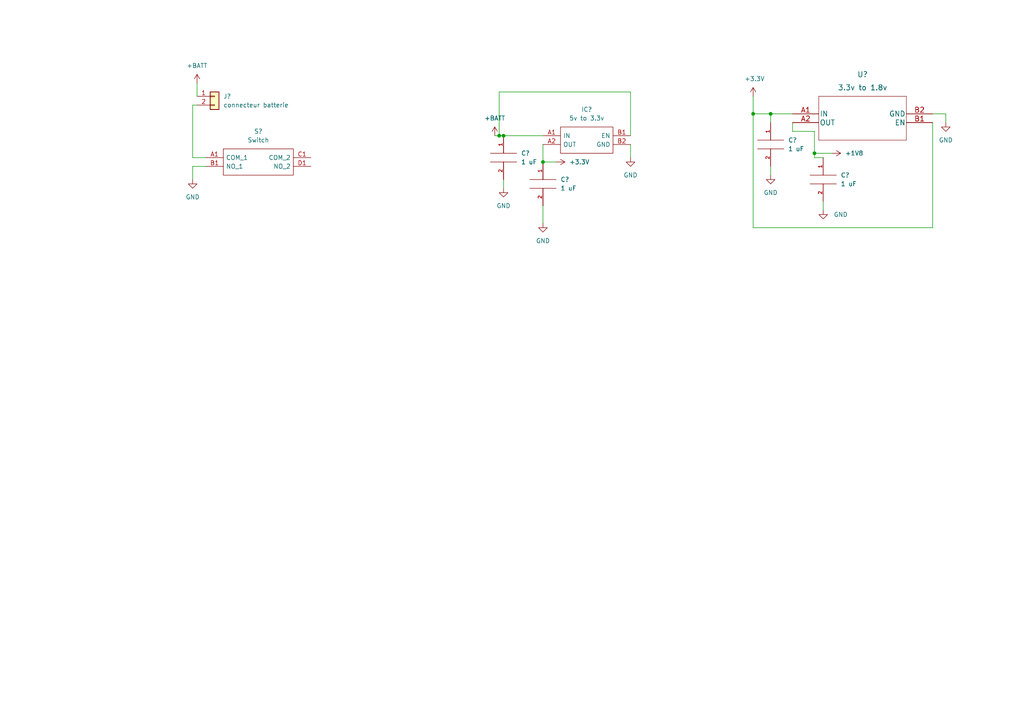
<source format=kicad_sch>
(kicad_sch (version 20211123) (generator eeschema)

  (uuid a40c3db5-c623-456e-9303-1cc0856450ed)

  (paper "A4")

  (title_block
    (title "Micromouse schématic")
    (date "2022-10-08")
    (rev "1")
    (company "RobotiCS")
  )

  (lib_symbols
    (symbol "Connector_Generic:Conn_01x02" (pin_names (offset 1.016) hide) (in_bom yes) (on_board yes)
      (property "Reference" "J" (id 0) (at 0 2.54 0)
        (effects (font (size 1.27 1.27)))
      )
      (property "Value" "Conn_01x02" (id 1) (at 0 -5.08 0)
        (effects (font (size 1.27 1.27)))
      )
      (property "Footprint" "" (id 2) (at 0 0 0)
        (effects (font (size 1.27 1.27)) hide)
      )
      (property "Datasheet" "~" (id 3) (at 0 0 0)
        (effects (font (size 1.27 1.27)) hide)
      )
      (property "ki_keywords" "connector" (id 4) (at 0 0 0)
        (effects (font (size 1.27 1.27)) hide)
      )
      (property "ki_description" "Generic connector, single row, 01x02, script generated (kicad-library-utils/schlib/autogen/connector/)" (id 5) (at 0 0 0)
        (effects (font (size 1.27 1.27)) hide)
      )
      (property "ki_fp_filters" "Connector*:*_1x??_*" (id 6) (at 0 0 0)
        (effects (font (size 1.27 1.27)) hide)
      )
      (symbol "Conn_01x02_1_1"
        (rectangle (start -1.27 -2.413) (end 0 -2.667)
          (stroke (width 0.1524) (type default) (color 0 0 0 0))
          (fill (type none))
        )
        (rectangle (start -1.27 0.127) (end 0 -0.127)
          (stroke (width 0.1524) (type default) (color 0 0 0 0))
          (fill (type none))
        )
        (rectangle (start -1.27 1.27) (end 1.27 -3.81)
          (stroke (width 0.254) (type default) (color 0 0 0 0))
          (fill (type background))
        )
        (pin passive line (at -5.08 0 0) (length 3.81)
          (name "Pin_1" (effects (font (size 1.27 1.27))))
          (number "1" (effects (font (size 1.27 1.27))))
        )
        (pin passive line (at -5.08 -2.54 0) (length 3.81)
          (name "Pin_2" (effects (font (size 1.27 1.27))))
          (number "2" (effects (font (size 1.27 1.27))))
        )
      )
    )
    (symbol "ESE-20C343:ESE-20C343" (pin_names (offset 0.762)) (in_bom yes) (on_board yes)
      (property "Reference" "S" (id 0) (at 26.67 7.62 0)
        (effects (font (size 1.27 1.27)) (justify left))
      )
      (property "Value" "ESE-20C343" (id 1) (at 26.67 5.08 0)
        (effects (font (size 1.27 1.27)) (justify left))
      )
      (property "Footprint" "ESE20C343" (id 2) (at 26.67 2.54 0)
        (effects (font (size 1.27 1.27)) (justify left) hide)
      )
      (property "Datasheet" "https://www.arrow.com/en/products/ese-20c343/panasonic" (id 3) (at 26.67 0 0)
        (effects (font (size 1.27 1.27)) (justify left) hide)
      )
      (property "Description" "Pushbutton Switches Push Switch Mom SPST Leaded 8.9m" (id 4) (at 26.67 -2.54 0)
        (effects (font (size 1.27 1.27)) (justify left) hide)
      )
      (property "Height" "12.5" (id 5) (at 26.67 -5.08 0)
        (effects (font (size 1.27 1.27)) (justify left) hide)
      )
      (property "Mouser Part Number" "667-ESE-20C343" (id 6) (at 26.67 -7.62 0)
        (effects (font (size 1.27 1.27)) (justify left) hide)
      )
      (property "Mouser Price/Stock" "https://www.mouser.co.uk/ProductDetail/Panasonic/ESE-20C343?qs=WwqriLBepZuWOWJOBTO27g%3D%3D" (id 7) (at 26.67 -10.16 0)
        (effects (font (size 1.27 1.27)) (justify left) hide)
      )
      (property "Manufacturer_Name" "Panasonic" (id 8) (at 26.67 -12.7 0)
        (effects (font (size 1.27 1.27)) (justify left) hide)
      )
      (property "Manufacturer_Part_Number" "ESE-20C343" (id 9) (at 26.67 -15.24 0)
        (effects (font (size 1.27 1.27)) (justify left) hide)
      )
      (symbol "ESE-20C343_0_0"
        (pin passive line (at 0 0 0) (length 5.08)
          (name "COM_1" (effects (font (size 1.27 1.27))))
          (number "A1" (effects (font (size 1.27 1.27))))
        )
        (pin passive line (at 0 -2.54 0) (length 5.08)
          (name "NO_1" (effects (font (size 1.27 1.27))))
          (number "B1" (effects (font (size 1.27 1.27))))
        )
        (pin passive line (at 30.48 0 180) (length 5.08)
          (name "COM_2" (effects (font (size 1.27 1.27))))
          (number "C1" (effects (font (size 1.27 1.27))))
        )
        (pin passive line (at 30.48 -2.54 180) (length 5.08)
          (name "NO_2" (effects (font (size 1.27 1.27))))
          (number "D1" (effects (font (size 1.27 1.27))))
        )
      )
      (symbol "ESE-20C343_0_1"
        (polyline
          (pts
            (xy 5.08 2.54)
            (xy 25.4 2.54)
            (xy 25.4 -5.08)
            (xy 5.08 -5.08)
            (xy 5.08 2.54)
          )
          (stroke (width 0.1524) (type default) (color 0 0 0 0))
          (fill (type none))
        )
      )
    )
    (symbol "TPS7A0318PYCHR:TPS7A0318PYCHR" (pin_names (offset 0.254)) (in_bom yes) (on_board yes)
      (property "Reference" "U" (id 0) (at 20.32 10.16 0)
        (effects (font (size 1.524 1.524)))
      )
      (property "Value" "TPS7A0318PYCHR" (id 1) (at 20.32 7.62 0)
        (effects (font (size 1.524 1.524)))
      )
      (property "Footprint" "DSBGA_3PYCHR_TEX" (id 2) (at 20.32 6.096 0)
        (effects (font (size 1.524 1.524)) hide)
      )
      (property "Datasheet" "" (id 3) (at 0 0 0)
        (effects (font (size 1.524 1.524)))
      )
      (property "ki_locked" "" (id 4) (at 0 0 0)
        (effects (font (size 1.27 1.27)))
      )
      (property "ki_fp_filters" "DSBGA_3PYCHR_TEX" (id 5) (at 0 0 0)
        (effects (font (size 1.27 1.27)) hide)
      )
      (symbol "TPS7A0318PYCHR_1_1"
        (polyline
          (pts
            (xy 7.62 -7.62)
            (xy 33.02 -7.62)
          )
          (stroke (width 0.127) (type default) (color 0 0 0 0))
          (fill (type none))
        )
        (polyline
          (pts
            (xy 7.62 5.08)
            (xy 7.62 -7.62)
          )
          (stroke (width 0.127) (type default) (color 0 0 0 0))
          (fill (type none))
        )
        (polyline
          (pts
            (xy 33.02 -7.62)
            (xy 33.02 5.08)
          )
          (stroke (width 0.127) (type default) (color 0 0 0 0))
          (fill (type none))
        )
        (polyline
          (pts
            (xy 33.02 5.08)
            (xy 7.62 5.08)
          )
          (stroke (width 0.127) (type default) (color 0 0 0 0))
          (fill (type none))
        )
        (pin input line (at 0 0 0) (length 7.62)
          (name "IN" (effects (font (size 1.4986 1.4986))))
          (number "A1" (effects (font (size 1.4986 1.4986))))
        )
        (pin output line (at 0 -2.54 0) (length 7.62)
          (name "OUT" (effects (font (size 1.4986 1.4986))))
          (number "A2" (effects (font (size 1.4986 1.4986))))
        )
        (pin unspecified line (at 40.64 -2.54 180) (length 7.62)
          (name "EN" (effects (font (size 1.4986 1.4986))))
          (number "B1" (effects (font (size 1.4986 1.4986))))
        )
        (pin power_in line (at 40.64 0 180) (length 7.62)
          (name "GND" (effects (font (size 1.4986 1.4986))))
          (number "B2" (effects (font (size 1.4986 1.4986))))
        )
      )
    )
    (symbol "TPS7A0333PYCHR:TPS7A0333PYCHR" (pin_names (offset 0.762)) (in_bom yes) (on_board yes)
      (property "Reference" "IC" (id 0) (at 21.59 7.62 0)
        (effects (font (size 1.27 1.27)) (justify left))
      )
      (property "Value" "TPS7A0333PYCHR" (id 1) (at 21.59 5.08 0)
        (effects (font (size 1.27 1.27)) (justify left))
      )
      (property "Footprint" "BGA4C35P2X2_64X64X40" (id 2) (at 21.59 2.54 0)
        (effects (font (size 1.27 1.27)) (justify left) hide)
      )
      (property "Datasheet" "https://www.ti.com/lit/gpn/tps7a03?HQS=ti-null-null-sf-df-pf-sep-wwe&DCM=yes" (id 3) (at 21.59 0 0)
        (effects (font (size 1.27 1.27)) (justify left) hide)
      )
      (property "Description" "LDO Voltage Regulators 200-mA, nanopower-IQ (200 nA), low-dropout (LDO) voltage regulator with enable 4-DSBGA -40 to 125" (id 4) (at 21.59 -2.54 0)
        (effects (font (size 1.27 1.27)) (justify left) hide)
      )
      (property "Height" "0.4" (id 5) (at 21.59 -5.08 0)
        (effects (font (size 1.27 1.27)) (justify left) hide)
      )
      (property "Mouser Part Number" "595-TPS7A0333PYCHR" (id 6) (at 21.59 -7.62 0)
        (effects (font (size 1.27 1.27)) (justify left) hide)
      )
      (property "Mouser Price/Stock" "https://www.mouser.co.uk/ProductDetail/Texas-Instruments/TPS7A0333PYCHR?qs=DRkmTr78QASt%252BMCkG4QYQg%3D%3D" (id 7) (at 21.59 -10.16 0)
        (effects (font (size 1.27 1.27)) (justify left) hide)
      )
      (property "Manufacturer_Name" "Texas Instruments" (id 8) (at 21.59 -12.7 0)
        (effects (font (size 1.27 1.27)) (justify left) hide)
      )
      (property "Manufacturer_Part_Number" "TPS7A0333PYCHR" (id 9) (at 21.59 -15.24 0)
        (effects (font (size 1.27 1.27)) (justify left) hide)
      )
      (symbol "TPS7A0333PYCHR_0_0"
        (pin passive line (at 0 0 0) (length 5.08)
          (name "IN" (effects (font (size 1.27 1.27))))
          (number "A1" (effects (font (size 1.27 1.27))))
        )
        (pin passive line (at 0 -2.54 0) (length 5.08)
          (name "OUT" (effects (font (size 1.27 1.27))))
          (number "A2" (effects (font (size 1.27 1.27))))
        )
        (pin passive line (at 25.4 0 180) (length 5.08)
          (name "EN" (effects (font (size 1.27 1.27))))
          (number "B1" (effects (font (size 1.27 1.27))))
        )
        (pin passive line (at 25.4 -2.54 180) (length 5.08)
          (name "GND" (effects (font (size 1.27 1.27))))
          (number "B2" (effects (font (size 1.27 1.27))))
        )
      )
      (symbol "TPS7A0333PYCHR_0_1"
        (polyline
          (pts
            (xy 5.08 2.54)
            (xy 20.32 2.54)
            (xy 20.32 -5.08)
            (xy 5.08 -5.08)
            (xy 5.08 2.54)
          )
          (stroke (width 0.1524) (type default) (color 0 0 0 0))
          (fill (type none))
        )
      )
    )
    (symbol "power:+1V8" (power) (pin_names (offset 0)) (in_bom yes) (on_board yes)
      (property "Reference" "#PWR" (id 0) (at 0 -3.81 0)
        (effects (font (size 1.27 1.27)) hide)
      )
      (property "Value" "+1V8" (id 1) (at 0 3.556 0)
        (effects (font (size 1.27 1.27)))
      )
      (property "Footprint" "" (id 2) (at 0 0 0)
        (effects (font (size 1.27 1.27)) hide)
      )
      (property "Datasheet" "" (id 3) (at 0 0 0)
        (effects (font (size 1.27 1.27)) hide)
      )
      (property "ki_keywords" "power-flag" (id 4) (at 0 0 0)
        (effects (font (size 1.27 1.27)) hide)
      )
      (property "ki_description" "Power symbol creates a global label with name \"+1V8\"" (id 5) (at 0 0 0)
        (effects (font (size 1.27 1.27)) hide)
      )
      (symbol "+1V8_0_1"
        (polyline
          (pts
            (xy -0.762 1.27)
            (xy 0 2.54)
          )
          (stroke (width 0) (type default) (color 0 0 0 0))
          (fill (type none))
        )
        (polyline
          (pts
            (xy 0 0)
            (xy 0 2.54)
          )
          (stroke (width 0) (type default) (color 0 0 0 0))
          (fill (type none))
        )
        (polyline
          (pts
            (xy 0 2.54)
            (xy 0.762 1.27)
          )
          (stroke (width 0) (type default) (color 0 0 0 0))
          (fill (type none))
        )
      )
      (symbol "+1V8_1_1"
        (pin power_in line (at 0 0 90) (length 0) hide
          (name "+1V8" (effects (font (size 1.27 1.27))))
          (number "1" (effects (font (size 1.27 1.27))))
        )
      )
    )
    (symbol "power:+3.3V" (power) (pin_names (offset 0)) (in_bom yes) (on_board yes)
      (property "Reference" "#PWR" (id 0) (at 0 -3.81 0)
        (effects (font (size 1.27 1.27)) hide)
      )
      (property "Value" "+3.3V" (id 1) (at 0 3.556 0)
        (effects (font (size 1.27 1.27)))
      )
      (property "Footprint" "" (id 2) (at 0 0 0)
        (effects (font (size 1.27 1.27)) hide)
      )
      (property "Datasheet" "" (id 3) (at 0 0 0)
        (effects (font (size 1.27 1.27)) hide)
      )
      (property "ki_keywords" "power-flag" (id 4) (at 0 0 0)
        (effects (font (size 1.27 1.27)) hide)
      )
      (property "ki_description" "Power symbol creates a global label with name \"+3.3V\"" (id 5) (at 0 0 0)
        (effects (font (size 1.27 1.27)) hide)
      )
      (symbol "+3.3V_0_1"
        (polyline
          (pts
            (xy -0.762 1.27)
            (xy 0 2.54)
          )
          (stroke (width 0) (type default) (color 0 0 0 0))
          (fill (type none))
        )
        (polyline
          (pts
            (xy 0 0)
            (xy 0 2.54)
          )
          (stroke (width 0) (type default) (color 0 0 0 0))
          (fill (type none))
        )
        (polyline
          (pts
            (xy 0 2.54)
            (xy 0.762 1.27)
          )
          (stroke (width 0) (type default) (color 0 0 0 0))
          (fill (type none))
        )
      )
      (symbol "+3.3V_1_1"
        (pin power_in line (at 0 0 90) (length 0) hide
          (name "+3.3V" (effects (font (size 1.27 1.27))))
          (number "1" (effects (font (size 1.27 1.27))))
        )
      )
    )
    (symbol "power:+BATT" (power) (pin_names (offset 0)) (in_bom yes) (on_board yes)
      (property "Reference" "#PWR" (id 0) (at 0 -3.81 0)
        (effects (font (size 1.27 1.27)) hide)
      )
      (property "Value" "+BATT" (id 1) (at 0 3.556 0)
        (effects (font (size 1.27 1.27)))
      )
      (property "Footprint" "" (id 2) (at 0 0 0)
        (effects (font (size 1.27 1.27)) hide)
      )
      (property "Datasheet" "" (id 3) (at 0 0 0)
        (effects (font (size 1.27 1.27)) hide)
      )
      (property "ki_keywords" "power-flag battery" (id 4) (at 0 0 0)
        (effects (font (size 1.27 1.27)) hide)
      )
      (property "ki_description" "Power symbol creates a global label with name \"+BATT\"" (id 5) (at 0 0 0)
        (effects (font (size 1.27 1.27)) hide)
      )
      (symbol "+BATT_0_1"
        (polyline
          (pts
            (xy -0.762 1.27)
            (xy 0 2.54)
          )
          (stroke (width 0) (type default) (color 0 0 0 0))
          (fill (type none))
        )
        (polyline
          (pts
            (xy 0 0)
            (xy 0 2.54)
          )
          (stroke (width 0) (type default) (color 0 0 0 0))
          (fill (type none))
        )
        (polyline
          (pts
            (xy 0 2.54)
            (xy 0.762 1.27)
          )
          (stroke (width 0) (type default) (color 0 0 0 0))
          (fill (type none))
        )
      )
      (symbol "+BATT_1_1"
        (pin power_in line (at 0 0 90) (length 0) hide
          (name "+BATT" (effects (font (size 1.27 1.27))))
          (number "1" (effects (font (size 1.27 1.27))))
        )
      )
    )
    (symbol "power:GND" (power) (pin_names (offset 0)) (in_bom yes) (on_board yes)
      (property "Reference" "#PWR" (id 0) (at 0 -6.35 0)
        (effects (font (size 1.27 1.27)) hide)
      )
      (property "Value" "GND" (id 1) (at 0 -3.81 0)
        (effects (font (size 1.27 1.27)))
      )
      (property "Footprint" "" (id 2) (at 0 0 0)
        (effects (font (size 1.27 1.27)) hide)
      )
      (property "Datasheet" "" (id 3) (at 0 0 0)
        (effects (font (size 1.27 1.27)) hide)
      )
      (property "ki_keywords" "power-flag" (id 4) (at 0 0 0)
        (effects (font (size 1.27 1.27)) hide)
      )
      (property "ki_description" "Power symbol creates a global label with name \"GND\" , ground" (id 5) (at 0 0 0)
        (effects (font (size 1.27 1.27)) hide)
      )
      (symbol "GND_0_1"
        (polyline
          (pts
            (xy 0 0)
            (xy 0 -1.27)
            (xy 1.27 -1.27)
            (xy 0 -2.54)
            (xy -1.27 -1.27)
            (xy 0 -1.27)
          )
          (stroke (width 0) (type default) (color 0 0 0 0))
          (fill (type none))
        )
      )
      (symbol "GND_1_1"
        (pin power_in line (at 0 0 270) (length 0) hide
          (name "GND" (effects (font (size 1.27 1.27))))
          (number "1" (effects (font (size 1.27 1.27))))
        )
      )
    )
    (symbol "pspice:C" (pin_names (offset 0.254)) (in_bom yes) (on_board yes)
      (property "Reference" "C" (id 0) (at 2.54 3.81 90)
        (effects (font (size 1.27 1.27)))
      )
      (property "Value" "C" (id 1) (at 2.54 -3.81 90)
        (effects (font (size 1.27 1.27)))
      )
      (property "Footprint" "" (id 2) (at 0 0 0)
        (effects (font (size 1.27 1.27)) hide)
      )
      (property "Datasheet" "~" (id 3) (at 0 0 0)
        (effects (font (size 1.27 1.27)) hide)
      )
      (property "ki_keywords" "simulation" (id 4) (at 0 0 0)
        (effects (font (size 1.27 1.27)) hide)
      )
      (property "ki_description" "Capacitor symbol for simulation only" (id 5) (at 0 0 0)
        (effects (font (size 1.27 1.27)) hide)
      )
      (symbol "C_0_1"
        (polyline
          (pts
            (xy -3.81 -1.27)
            (xy 3.81 -1.27)
          )
          (stroke (width 0) (type default) (color 0 0 0 0))
          (fill (type none))
        )
        (polyline
          (pts
            (xy -3.81 1.27)
            (xy 3.81 1.27)
          )
          (stroke (width 0) (type default) (color 0 0 0 0))
          (fill (type none))
        )
      )
      (symbol "C_1_1"
        (pin passive line (at 0 6.35 270) (length 5.08)
          (name "~" (effects (font (size 1.016 1.016))))
          (number "1" (effects (font (size 1.016 1.016))))
        )
        (pin passive line (at 0 -6.35 90) (length 5.08)
          (name "~" (effects (font (size 1.016 1.016))))
          (number "2" (effects (font (size 1.016 1.016))))
        )
      )
    )
  )

  (junction (at 223.52 33.02) (diameter 0) (color 0 0 0 0)
    (uuid 7f2a3692-45de-416b-bfac-aada7536f172)
  )
  (junction (at 144.78 39.37) (diameter 0) (color 0 0 0 0)
    (uuid 962ebd29-501d-4695-b3c4-7a83b52afc9f)
  )
  (junction (at 146.05 39.37) (diameter 0) (color 0 0 0 0)
    (uuid 9f30c5a6-81af-4538-9976-be16a97dd797)
  )
  (junction (at 157.48 46.99) (diameter 0) (color 0 0 0 0)
    (uuid b3e7c133-eb7b-4299-93f6-ca3f5cd1d55d)
  )
  (junction (at 236.22 44.45) (diameter 0) (color 0 0 0 0)
    (uuid b6fa1eeb-0f8b-4a92-92d7-3232f9c0ed23)
  )
  (junction (at 218.44 33.02) (diameter 0) (color 0 0 0 0)
    (uuid df761f84-a054-45f3-8260-d3150fb1f072)
  )

  (wire (pts (xy 270.51 33.02) (xy 274.32 33.02))
    (stroke (width 0) (type default) (color 0 0 0 0))
    (uuid 0080b5fd-452f-4dd2-97d5-b3c62d9c5c49)
  )
  (wire (pts (xy 270.51 66.04) (xy 218.44 66.04))
    (stroke (width 0) (type default) (color 0 0 0 0))
    (uuid 044562b7-35d1-441c-a383-21c7b1b95023)
  )
  (wire (pts (xy 157.48 46.99) (xy 157.48 41.91))
    (stroke (width 0) (type default) (color 0 0 0 0))
    (uuid 05a4171d-cfb0-47e9-b90e-e85e373c3515)
  )
  (wire (pts (xy 236.22 44.45) (xy 236.22 45.72))
    (stroke (width 0) (type default) (color 0 0 0 0))
    (uuid 0a9f953d-7352-405e-bb09-ee469ee77a90)
  )
  (wire (pts (xy 218.44 66.04) (xy 218.44 33.02))
    (stroke (width 0) (type default) (color 0 0 0 0))
    (uuid 10e0f57e-6c74-4d07-b5e9-676d0896004d)
  )
  (wire (pts (xy 157.48 59.69) (xy 157.48 64.77))
    (stroke (width 0) (type default) (color 0 0 0 0))
    (uuid 131d3d12-667e-437d-bf60-b3bb35565385)
  )
  (wire (pts (xy 236.22 38.1) (xy 236.22 44.45))
    (stroke (width 0) (type default) (color 0 0 0 0))
    (uuid 155d746b-50d6-40eb-a462-d7ca700be346)
  )
  (wire (pts (xy 218.44 33.02) (xy 223.52 33.02))
    (stroke (width 0) (type default) (color 0 0 0 0))
    (uuid 16ba53e0-c462-4bad-913f-1318158453a9)
  )
  (wire (pts (xy 144.78 26.67) (xy 144.78 39.37))
    (stroke (width 0) (type default) (color 0 0 0 0))
    (uuid 2c771e0e-1a81-49d5-83ba-6ee336c5d05c)
  )
  (wire (pts (xy 144.78 26.67) (xy 182.88 26.67))
    (stroke (width 0) (type default) (color 0 0 0 0))
    (uuid 3ba3cf32-08dd-4dfd-8da9-88b342a03579)
  )
  (wire (pts (xy 229.87 38.1) (xy 236.22 38.1))
    (stroke (width 0) (type default) (color 0 0 0 0))
    (uuid 3e9efbb5-56eb-49bb-b100-1e7599759d4b)
  )
  (wire (pts (xy 223.52 33.02) (xy 223.52 35.56))
    (stroke (width 0) (type default) (color 0 0 0 0))
    (uuid 46093a52-ee94-49df-96de-e01634f381e4)
  )
  (wire (pts (xy 55.88 30.48) (xy 55.88 45.72))
    (stroke (width 0) (type default) (color 0 0 0 0))
    (uuid 4a70023a-2fa7-49e3-9585-55d5ecd0c67a)
  )
  (wire (pts (xy 143.51 39.37) (xy 144.78 39.37))
    (stroke (width 0) (type default) (color 0 0 0 0))
    (uuid 4fd86e2d-f08d-4965-9169-471fa8ceb8fc)
  )
  (wire (pts (xy 55.88 48.26) (xy 55.88 52.07))
    (stroke (width 0) (type default) (color 0 0 0 0))
    (uuid 5b430eed-0d26-45fc-a857-7fc86fbd4a8c)
  )
  (wire (pts (xy 55.88 30.48) (xy 57.15 30.48))
    (stroke (width 0) (type default) (color 0 0 0 0))
    (uuid 5c1d1af6-2f00-429a-9720-0d4e4b73f95a)
  )
  (wire (pts (xy 236.22 44.45) (xy 241.3 44.45))
    (stroke (width 0) (type default) (color 0 0 0 0))
    (uuid 666bd563-cd1e-4c17-93b1-0704943feb99)
  )
  (wire (pts (xy 59.69 48.26) (xy 55.88 48.26))
    (stroke (width 0) (type default) (color 0 0 0 0))
    (uuid 6f71b2d7-7144-4cd1-822f-bfa8842b8799)
  )
  (wire (pts (xy 146.05 52.07) (xy 146.05 54.61))
    (stroke (width 0) (type default) (color 0 0 0 0))
    (uuid 887b4c48-22ec-4a67-821a-d7f95c3e2b34)
  )
  (wire (pts (xy 218.44 27.94) (xy 218.44 33.02))
    (stroke (width 0) (type default) (color 0 0 0 0))
    (uuid 8b7bfc3a-f716-4497-b65d-ae7224f5a508)
  )
  (wire (pts (xy 55.88 45.72) (xy 59.69 45.72))
    (stroke (width 0) (type default) (color 0 0 0 0))
    (uuid 8d37b80b-de4b-42d3-acf4-bf1b568996b8)
  )
  (wire (pts (xy 223.52 33.02) (xy 229.87 33.02))
    (stroke (width 0) (type default) (color 0 0 0 0))
    (uuid 955577d6-ece6-41e2-9044-159580bc876e)
  )
  (wire (pts (xy 236.22 45.72) (xy 238.76 45.72))
    (stroke (width 0) (type default) (color 0 0 0 0))
    (uuid 985783c3-707b-4228-a4bb-5226a467c82f)
  )
  (wire (pts (xy 229.87 35.56) (xy 229.87 38.1))
    (stroke (width 0) (type default) (color 0 0 0 0))
    (uuid a6f06a6a-19d6-4159-8673-3be5b7f68fe5)
  )
  (wire (pts (xy 146.05 39.37) (xy 157.48 39.37))
    (stroke (width 0) (type default) (color 0 0 0 0))
    (uuid af6648fa-e3f7-42d5-a815-88609a1c0a8d)
  )
  (wire (pts (xy 270.51 35.56) (xy 270.51 66.04))
    (stroke (width 0) (type default) (color 0 0 0 0))
    (uuid b3536b98-b5eb-441f-ab54-1a6d017a6f5d)
  )
  (wire (pts (xy 57.15 24.13) (xy 57.15 27.94))
    (stroke (width 0) (type default) (color 0 0 0 0))
    (uuid c2021c23-4719-4f97-b11b-f44c57280d14)
  )
  (wire (pts (xy 274.32 33.02) (xy 274.32 35.56))
    (stroke (width 0) (type default) (color 0 0 0 0))
    (uuid c328691b-710f-4283-b543-6157c06bd01f)
  )
  (wire (pts (xy 182.88 26.67) (xy 182.88 39.37))
    (stroke (width 0) (type default) (color 0 0 0 0))
    (uuid c6c9edf9-859d-4215-8594-dc2d8c547047)
  )
  (wire (pts (xy 161.29 46.99) (xy 157.48 46.99))
    (stroke (width 0) (type default) (color 0 0 0 0))
    (uuid cb29191d-ea0c-4876-96f7-9311beeb9ee3)
  )
  (wire (pts (xy 223.52 48.26) (xy 223.52 50.8))
    (stroke (width 0) (type default) (color 0 0 0 0))
    (uuid cef46aa7-f95f-4e8f-9b87-9c6984d915cc)
  )
  (wire (pts (xy 182.88 41.91) (xy 182.88 45.72))
    (stroke (width 0) (type default) (color 0 0 0 0))
    (uuid d1fed282-39dd-435e-bb8c-9f85c1cf64f5)
  )
  (wire (pts (xy 238.76 58.42) (xy 238.76 60.96))
    (stroke (width 0) (type default) (color 0 0 0 0))
    (uuid d3b3b367-ca72-4971-8cac-1b7b5802a400)
  )
  (wire (pts (xy 144.78 39.37) (xy 146.05 39.37))
    (stroke (width 0) (type default) (color 0 0 0 0))
    (uuid f8dc53b9-235b-43d9-82a0-1586d725e5d6)
  )

  (symbol (lib_id "power:GND") (at 157.48 64.77 0) (unit 1)
    (in_bom yes) (on_board yes) (fields_autoplaced)
    (uuid 08b4663d-1057-48d8-8378-61f5f90124e8)
    (property "Reference" "#PWR?" (id 0) (at 157.48 71.12 0)
      (effects (font (size 1.27 1.27)) hide)
    )
    (property "Value" "GND" (id 1) (at 157.48 69.85 0))
    (property "Footprint" "" (id 2) (at 157.48 64.77 0)
      (effects (font (size 1.27 1.27)) hide)
    )
    (property "Datasheet" "" (id 3) (at 157.48 64.77 0)
      (effects (font (size 1.27 1.27)) hide)
    )
    (pin "1" (uuid 7b1f9414-f281-4619-869b-6af91cbaa7a5))
  )

  (symbol (lib_id "pspice:C") (at 157.48 53.34 0) (unit 1)
    (in_bom yes) (on_board yes) (fields_autoplaced)
    (uuid 109c7bb4-e706-4c56-8bda-d64796d990f0)
    (property "Reference" "C?" (id 0) (at 162.56 52.0699 0)
      (effects (font (size 1.27 1.27)) (justify left))
    )
    (property "Value" "1 uF" (id 1) (at 162.56 54.6099 0)
      (effects (font (size 1.27 1.27)) (justify left))
    )
    (property "Footprint" "" (id 2) (at 157.48 53.34 0)
      (effects (font (size 1.27 1.27)) hide)
    )
    (property "Datasheet" "~" (id 3) (at 157.48 53.34 0)
      (effects (font (size 1.27 1.27)) hide)
    )
    (pin "1" (uuid 4f17b180-29cd-472d-bef3-e2b73130b255))
    (pin "2" (uuid ffe4e76b-be1a-4535-b425-e1d7f544f96a))
  )

  (symbol (lib_id "TPS7A0333PYCHR:TPS7A0333PYCHR") (at 157.48 39.37 0) (unit 1)
    (in_bom yes) (on_board yes) (fields_autoplaced)
    (uuid 32f443d5-d8d4-4a42-902f-92630da0e7b0)
    (property "Reference" "IC?" (id 0) (at 170.18 31.75 0))
    (property "Value" "5v to 3.3v" (id 1) (at 170.18 34.29 0))
    (property "Footprint" "BGA4C35P2X2_64X64X40" (id 2) (at 179.07 36.83 0)
      (effects (font (size 1.27 1.27)) (justify left) hide)
    )
    (property "Datasheet" "https://www.ti.com/lit/gpn/tps7a03?HQS=ti-null-null-sf-df-pf-sep-wwe&DCM=yes" (id 3) (at 179.07 39.37 0)
      (effects (font (size 1.27 1.27)) (justify left) hide)
    )
    (property "Description" "LDO Voltage Regulators 200-mA, nanopower-IQ (200 nA), low-dropout (LDO) voltage regulator with enable 4-DSBGA -40 to 125" (id 4) (at 179.07 41.91 0)
      (effects (font (size 1.27 1.27)) (justify left) hide)
    )
    (property "Height" "0.4" (id 5) (at 179.07 44.45 0)
      (effects (font (size 1.27 1.27)) (justify left) hide)
    )
    (property "Mouser Part Number" "595-TPS7A0333PYCHR" (id 6) (at 179.07 46.99 0)
      (effects (font (size 1.27 1.27)) (justify left) hide)
    )
    (property "Mouser Price/Stock" "https://www.mouser.co.uk/ProductDetail/Texas-Instruments/TPS7A0333PYCHR?qs=DRkmTr78QASt%252BMCkG4QYQg%3D%3D" (id 7) (at 179.07 49.53 0)
      (effects (font (size 1.27 1.27)) (justify left) hide)
    )
    (property "Manufacturer_Name" "Texas Instruments" (id 8) (at 179.07 52.07 0)
      (effects (font (size 1.27 1.27)) (justify left) hide)
    )
    (property "Manufacturer_Part_Number" "TPS7A0333PYCHR" (id 9) (at 179.07 54.61 0)
      (effects (font (size 1.27 1.27)) (justify left) hide)
    )
    (pin "A1" (uuid 08c7f206-1d43-4d21-a0bd-c722c7b69eb7))
    (pin "A2" (uuid 8ef90e49-d50a-4788-9df3-5ae8179231cb))
    (pin "B1" (uuid 2f3ff8c3-57f2-4a2c-9b25-a8264f5ed842))
    (pin "B2" (uuid 4bd7f320-3172-4879-b11f-109b7cf5bf71))
  )

  (symbol (lib_id "power:GND") (at 182.88 45.72 0) (unit 1)
    (in_bom yes) (on_board yes) (fields_autoplaced)
    (uuid 5be1e7ac-cb67-484e-9b0b-594c7fa5fc8f)
    (property "Reference" "#PWR?" (id 0) (at 182.88 52.07 0)
      (effects (font (size 1.27 1.27)) hide)
    )
    (property "Value" "GND" (id 1) (at 182.88 50.8 0))
    (property "Footprint" "" (id 2) (at 182.88 45.72 0)
      (effects (font (size 1.27 1.27)) hide)
    )
    (property "Datasheet" "" (id 3) (at 182.88 45.72 0)
      (effects (font (size 1.27 1.27)) hide)
    )
    (pin "1" (uuid 9c42530e-f549-40dc-a227-a440355647e8))
  )

  (symbol (lib_id "power:+1V8") (at 241.3 44.45 270) (unit 1)
    (in_bom yes) (on_board yes) (fields_autoplaced)
    (uuid 5ea0741a-2dc0-4cff-a802-45b835dfd1cc)
    (property "Reference" "#PWR?" (id 0) (at 237.49 44.45 0)
      (effects (font (size 1.27 1.27)) hide)
    )
    (property "Value" "+1V8" (id 1) (at 245.11 44.4499 90)
      (effects (font (size 1.27 1.27)) (justify left))
    )
    (property "Footprint" "" (id 2) (at 241.3 44.45 0)
      (effects (font (size 1.27 1.27)) hide)
    )
    (property "Datasheet" "" (id 3) (at 241.3 44.45 0)
      (effects (font (size 1.27 1.27)) hide)
    )
    (pin "1" (uuid 29967c4b-3273-40a8-a8fa-0252d0460f21))
  )

  (symbol (lib_id "power:+3.3V") (at 161.29 46.99 270) (unit 1)
    (in_bom yes) (on_board yes) (fields_autoplaced)
    (uuid 61b70be2-97b6-4d93-b1d3-9557dce5297d)
    (property "Reference" "#PWR?" (id 0) (at 157.48 46.99 0)
      (effects (font (size 1.27 1.27)) hide)
    )
    (property "Value" "+3.3V" (id 1) (at 165.1 46.9899 90)
      (effects (font (size 1.27 1.27)) (justify left))
    )
    (property "Footprint" "" (id 2) (at 161.29 46.99 0)
      (effects (font (size 1.27 1.27)) hide)
    )
    (property "Datasheet" "" (id 3) (at 161.29 46.99 0)
      (effects (font (size 1.27 1.27)) hide)
    )
    (pin "1" (uuid a80e9c8e-c820-4a26-ba6f-168438a3a283))
  )

  (symbol (lib_id "power:GND") (at 274.32 35.56 0) (unit 1)
    (in_bom yes) (on_board yes) (fields_autoplaced)
    (uuid 744d375c-e5a3-4302-a6ff-6d22fe554da3)
    (property "Reference" "#PWR?" (id 0) (at 274.32 41.91 0)
      (effects (font (size 1.27 1.27)) hide)
    )
    (property "Value" "GND" (id 1) (at 274.32 40.64 0))
    (property "Footprint" "" (id 2) (at 274.32 35.56 0)
      (effects (font (size 1.27 1.27)) hide)
    )
    (property "Datasheet" "" (id 3) (at 274.32 35.56 0)
      (effects (font (size 1.27 1.27)) hide)
    )
    (pin "1" (uuid 91fdb15e-1b6d-4fbc-b76e-1c9710e2227e))
  )

  (symbol (lib_id "power:+BATT") (at 57.15 24.13 0) (unit 1)
    (in_bom yes) (on_board yes) (fields_autoplaced)
    (uuid 752581c0-180d-45d2-9671-510dbddd7399)
    (property "Reference" "#PWR?" (id 0) (at 57.15 27.94 0)
      (effects (font (size 1.27 1.27)) hide)
    )
    (property "Value" "+BATT" (id 1) (at 57.15 19.05 0))
    (property "Footprint" "" (id 2) (at 57.15 24.13 0)
      (effects (font (size 1.27 1.27)) hide)
    )
    (property "Datasheet" "" (id 3) (at 57.15 24.13 0)
      (effects (font (size 1.27 1.27)) hide)
    )
    (pin "1" (uuid c56ea6a0-c0ce-4c83-8fae-fb6c390ceed6))
  )

  (symbol (lib_id "Connector_Generic:Conn_01x02") (at 62.23 27.94 0) (unit 1)
    (in_bom yes) (on_board yes) (fields_autoplaced)
    (uuid 8c9ad4e7-34c4-4b73-9114-35fbac16bce6)
    (property "Reference" "J?" (id 0) (at 64.77 27.9399 0)
      (effects (font (size 1.27 1.27)) (justify left))
    )
    (property "Value" "connecteur batterie" (id 1) (at 64.77 30.4799 0)
      (effects (font (size 1.27 1.27)) (justify left))
    )
    (property "Footprint" "" (id 2) (at 62.23 27.94 0)
      (effects (font (size 1.27 1.27)) hide)
    )
    (property "Datasheet" "~" (id 3) (at 62.23 27.94 0)
      (effects (font (size 1.27 1.27)) hide)
    )
    (pin "1" (uuid b711b22c-9cc1-4ba8-9655-9c7e8da82156))
    (pin "2" (uuid 3bd86144-74b0-42c1-911d-fed99ac93a3c))
  )

  (symbol (lib_id "pspice:C") (at 238.76 52.07 0) (unit 1)
    (in_bom yes) (on_board yes) (fields_autoplaced)
    (uuid 97dc8154-7e51-440b-899f-ea9dcd087445)
    (property "Reference" "C?" (id 0) (at 243.84 50.7999 0)
      (effects (font (size 1.27 1.27)) (justify left))
    )
    (property "Value" "1 uF" (id 1) (at 243.84 53.3399 0)
      (effects (font (size 1.27 1.27)) (justify left))
    )
    (property "Footprint" "" (id 2) (at 238.76 52.07 0)
      (effects (font (size 1.27 1.27)) hide)
    )
    (property "Datasheet" "~" (id 3) (at 238.76 52.07 0)
      (effects (font (size 1.27 1.27)) hide)
    )
    (pin "1" (uuid 3d503e31-dfef-456a-aa91-1c54b06f6021))
    (pin "2" (uuid b8bd7e58-61fd-4815-95e6-ec3de406dd98))
  )

  (symbol (lib_id "power:+3.3V") (at 218.44 27.94 0) (unit 1)
    (in_bom yes) (on_board yes)
    (uuid a47bd41f-c1b7-4a40-b503-995ca9c92172)
    (property "Reference" "#PWR?" (id 0) (at 218.44 31.75 0)
      (effects (font (size 1.27 1.27)) hide)
    )
    (property "Value" "+3.3V" (id 1) (at 215.9 22.86 0)
      (effects (font (size 1.27 1.27)) (justify left))
    )
    (property "Footprint" "" (id 2) (at 218.44 27.94 0)
      (effects (font (size 1.27 1.27)) hide)
    )
    (property "Datasheet" "" (id 3) (at 218.44 27.94 0)
      (effects (font (size 1.27 1.27)) hide)
    )
    (pin "1" (uuid f1260b36-341f-4508-9308-9d3604d69390))
  )

  (symbol (lib_id "power:GND") (at 238.76 60.96 0) (unit 1)
    (in_bom yes) (on_board yes)
    (uuid aad553e8-a3a4-4938-a752-f465a9a3289a)
    (property "Reference" "#PWR?" (id 0) (at 238.76 67.31 0)
      (effects (font (size 1.27 1.27)) hide)
    )
    (property "Value" "GND" (id 1) (at 243.84 62.23 0))
    (property "Footprint" "" (id 2) (at 238.76 60.96 0)
      (effects (font (size 1.27 1.27)) hide)
    )
    (property "Datasheet" "" (id 3) (at 238.76 60.96 0)
      (effects (font (size 1.27 1.27)) hide)
    )
    (pin "1" (uuid 88da7aad-2a90-4748-ba3d-72b6dd0d46dd))
  )

  (symbol (lib_id "power:GND") (at 55.88 52.07 0) (unit 1)
    (in_bom yes) (on_board yes) (fields_autoplaced)
    (uuid ae4fe164-a605-448c-8b09-7ca45d1646ee)
    (property "Reference" "#PWR?" (id 0) (at 55.88 58.42 0)
      (effects (font (size 1.27 1.27)) hide)
    )
    (property "Value" "GND" (id 1) (at 55.88 57.15 0))
    (property "Footprint" "" (id 2) (at 55.88 52.07 0)
      (effects (font (size 1.27 1.27)) hide)
    )
    (property "Datasheet" "" (id 3) (at 55.88 52.07 0)
      (effects (font (size 1.27 1.27)) hide)
    )
    (pin "1" (uuid a63a78e2-defb-4924-92c8-9904a671d2e7))
  )

  (symbol (lib_id "power:GND") (at 223.52 50.8 0) (unit 1)
    (in_bom yes) (on_board yes) (fields_autoplaced)
    (uuid c17b30e2-3929-492f-98c7-371e4e0be58a)
    (property "Reference" "#PWR?" (id 0) (at 223.52 57.15 0)
      (effects (font (size 1.27 1.27)) hide)
    )
    (property "Value" "GND" (id 1) (at 223.52 55.88 0))
    (property "Footprint" "" (id 2) (at 223.52 50.8 0)
      (effects (font (size 1.27 1.27)) hide)
    )
    (property "Datasheet" "" (id 3) (at 223.52 50.8 0)
      (effects (font (size 1.27 1.27)) hide)
    )
    (pin "1" (uuid 927bfd37-e0ac-4352-a877-44aa13b068fc))
  )

  (symbol (lib_id "ESE-20C343:ESE-20C343") (at 59.69 45.72 0) (unit 1)
    (in_bom yes) (on_board yes) (fields_autoplaced)
    (uuid d4acd362-0d94-4192-8e17-79ae4b9079bb)
    (property "Reference" "S?" (id 0) (at 74.93 38.1 0))
    (property "Value" "Switch" (id 1) (at 74.93 40.64 0))
    (property "Footprint" "ESE20C343" (id 2) (at 86.36 43.18 0)
      (effects (font (size 1.27 1.27)) (justify left) hide)
    )
    (property "Datasheet" "https://www.arrow.com/en/products/ese-20c343/panasonic" (id 3) (at 86.36 45.72 0)
      (effects (font (size 1.27 1.27)) (justify left) hide)
    )
    (property "Description" "Pushbutton Switches Push Switch Mom SPST Leaded 8.9m" (id 4) (at 86.36 48.26 0)
      (effects (font (size 1.27 1.27)) (justify left) hide)
    )
    (property "Height" "12.5" (id 5) (at 86.36 50.8 0)
      (effects (font (size 1.27 1.27)) (justify left) hide)
    )
    (property "Mouser Part Number" "667-ESE-20C343" (id 6) (at 86.36 53.34 0)
      (effects (font (size 1.27 1.27)) (justify left) hide)
    )
    (property "Mouser Price/Stock" "https://www.mouser.co.uk/ProductDetail/Panasonic/ESE-20C343?qs=WwqriLBepZuWOWJOBTO27g%3D%3D" (id 7) (at 86.36 55.88 0)
      (effects (font (size 1.27 1.27)) (justify left) hide)
    )
    (property "Manufacturer_Name" "Panasonic" (id 8) (at 86.36 58.42 0)
      (effects (font (size 1.27 1.27)) (justify left) hide)
    )
    (property "Manufacturer_Part_Number" "ESE-20C343" (id 9) (at 86.36 60.96 0)
      (effects (font (size 1.27 1.27)) (justify left) hide)
    )
    (pin "A1" (uuid 114b4aff-fe28-4a12-83d1-84a153b9bc05))
    (pin "B1" (uuid 927183f5-665b-4cb3-aa97-bd20cb1faa40))
    (pin "C1" (uuid c17d02c5-fd3e-43c1-9ac8-7248be3b2398))
    (pin "D1" (uuid 7311cb3a-cf30-4759-9b49-675ba776b17f))
  )

  (symbol (lib_id "power:+BATT") (at 143.51 39.37 0) (unit 1)
    (in_bom yes) (on_board yes) (fields_autoplaced)
    (uuid de3b986a-aaef-415b-9bd8-563f7249a3de)
    (property "Reference" "#PWR?" (id 0) (at 143.51 43.18 0)
      (effects (font (size 1.27 1.27)) hide)
    )
    (property "Value" "+BATT" (id 1) (at 143.51 34.29 0))
    (property "Footprint" "" (id 2) (at 143.51 39.37 0)
      (effects (font (size 1.27 1.27)) hide)
    )
    (property "Datasheet" "" (id 3) (at 143.51 39.37 0)
      (effects (font (size 1.27 1.27)) hide)
    )
    (pin "1" (uuid 25a1833d-eed0-4645-bb2c-6ec661d9aaf3))
  )

  (symbol (lib_id "pspice:C") (at 146.05 45.72 0) (unit 1)
    (in_bom yes) (on_board yes) (fields_autoplaced)
    (uuid e19591ec-64f1-4297-8d36-98bf288259c8)
    (property "Reference" "C?" (id 0) (at 151.13 44.4499 0)
      (effects (font (size 1.27 1.27)) (justify left))
    )
    (property "Value" "1 uF" (id 1) (at 151.13 46.9899 0)
      (effects (font (size 1.27 1.27)) (justify left))
    )
    (property "Footprint" "" (id 2) (at 146.05 45.72 0)
      (effects (font (size 1.27 1.27)) hide)
    )
    (property "Datasheet" "~" (id 3) (at 146.05 45.72 0)
      (effects (font (size 1.27 1.27)) hide)
    )
    (pin "1" (uuid 91eeaaf1-325c-4410-9fcf-021e8b7e26cf))
    (pin "2" (uuid 60e076d4-1431-455e-befd-384306894161))
  )

  (symbol (lib_id "power:GND") (at 146.05 54.61 0) (unit 1)
    (in_bom yes) (on_board yes) (fields_autoplaced)
    (uuid e4f5e088-6256-4870-93e9-d46de15b1055)
    (property "Reference" "#PWR?" (id 0) (at 146.05 60.96 0)
      (effects (font (size 1.27 1.27)) hide)
    )
    (property "Value" "GND" (id 1) (at 146.05 59.69 0))
    (property "Footprint" "" (id 2) (at 146.05 54.61 0)
      (effects (font (size 1.27 1.27)) hide)
    )
    (property "Datasheet" "" (id 3) (at 146.05 54.61 0)
      (effects (font (size 1.27 1.27)) hide)
    )
    (pin "1" (uuid 441c4a2e-4caa-4bde-92d2-737fe27f042e))
  )

  (symbol (lib_id "TPS7A0318PYCHR:TPS7A0318PYCHR") (at 229.87 33.02 0) (unit 1)
    (in_bom yes) (on_board yes) (fields_autoplaced)
    (uuid e5a3f7dc-b539-4bdb-9827-16619ea19124)
    (property "Reference" "U?" (id 0) (at 250.19 21.59 0)
      (effects (font (size 1.524 1.524)))
    )
    (property "Value" "3.3v to 1.8v" (id 1) (at 250.19 25.4 0)
      (effects (font (size 1.524 1.524)))
    )
    (property "Footprint" "DSBGA_3PYCHR_TEX" (id 2) (at 250.19 26.924 0)
      (effects (font (size 1.524 1.524)) hide)
    )
    (property "Datasheet" "" (id 3) (at 229.87 33.02 0)
      (effects (font (size 1.524 1.524)))
    )
    (pin "A1" (uuid 60afb8bd-c6c0-4340-8dc1-4adfddf63b93))
    (pin "A2" (uuid ae76a805-07e0-4cea-9db4-977cae6e6055))
    (pin "B1" (uuid aa424f5b-96f6-4f56-b19c-6cddfd3768b1))
    (pin "B2" (uuid 5d701413-a2cc-4761-aeac-613834bef6d1))
  )

  (symbol (lib_id "pspice:C") (at 223.52 41.91 0) (unit 1)
    (in_bom yes) (on_board yes) (fields_autoplaced)
    (uuid e82d22a4-a7f4-486e-a32f-4020e3a2b48e)
    (property "Reference" "C?" (id 0) (at 228.6 40.6399 0)
      (effects (font (size 1.27 1.27)) (justify left))
    )
    (property "Value" "1 uF" (id 1) (at 228.6 43.1799 0)
      (effects (font (size 1.27 1.27)) (justify left))
    )
    (property "Footprint" "" (id 2) (at 223.52 41.91 0)
      (effects (font (size 1.27 1.27)) hide)
    )
    (property "Datasheet" "~" (id 3) (at 223.52 41.91 0)
      (effects (font (size 1.27 1.27)) hide)
    )
    (pin "1" (uuid 4605a669-f311-4af7-ad43-0aca4c975ead))
    (pin "2" (uuid 928b3f05-9fad-4441-9449-f3c05e31cf95))
  )
)

</source>
